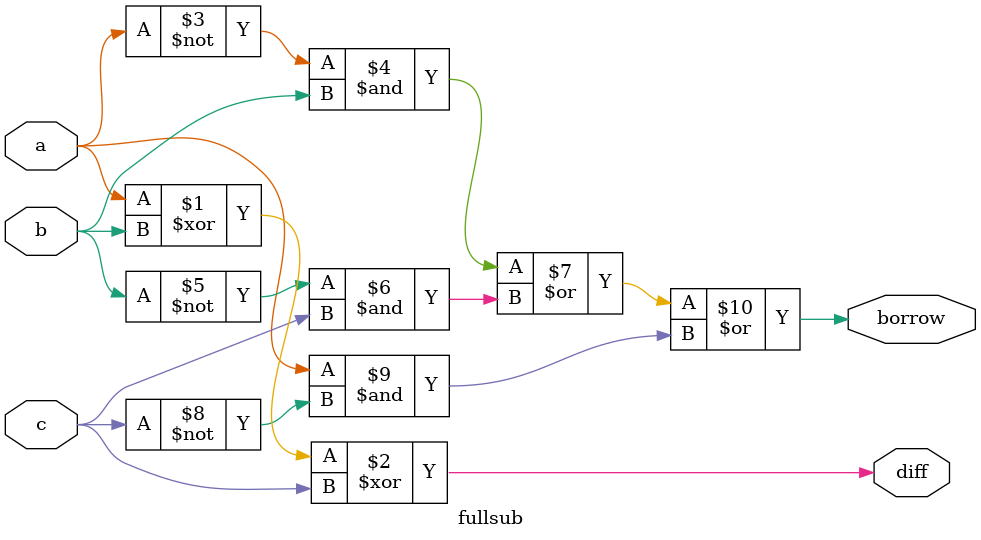
<source format=v>

module fullsub(
input a,b,c,
output diff,borrow
);

assign diff = a^b^c;
assign borrow = (~a&b)|(~b&c)|(a&~c);


endmodule

</source>
